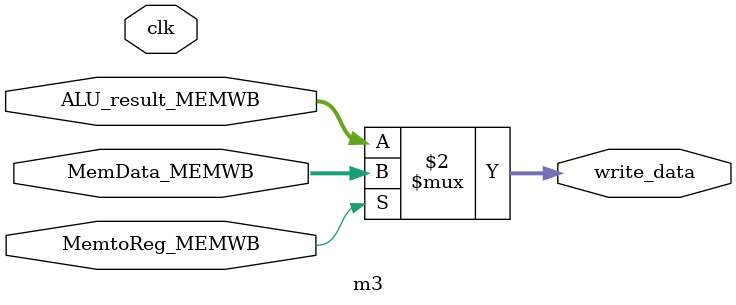
<source format=v>
`timescale 1ns / 1ps


module m3(
input clk,
input MemtoReg_MEMWB,
input [31:0] MemData_MEMWB,
input [31:0] ALU_result_MEMWB,
output reg [31:0] write_data
);
always @(*)
begin
write_data = (MemtoReg_MEMWB)? MemData_MEMWB:ALU_result_MEMWB;
end
endmodule

</source>
